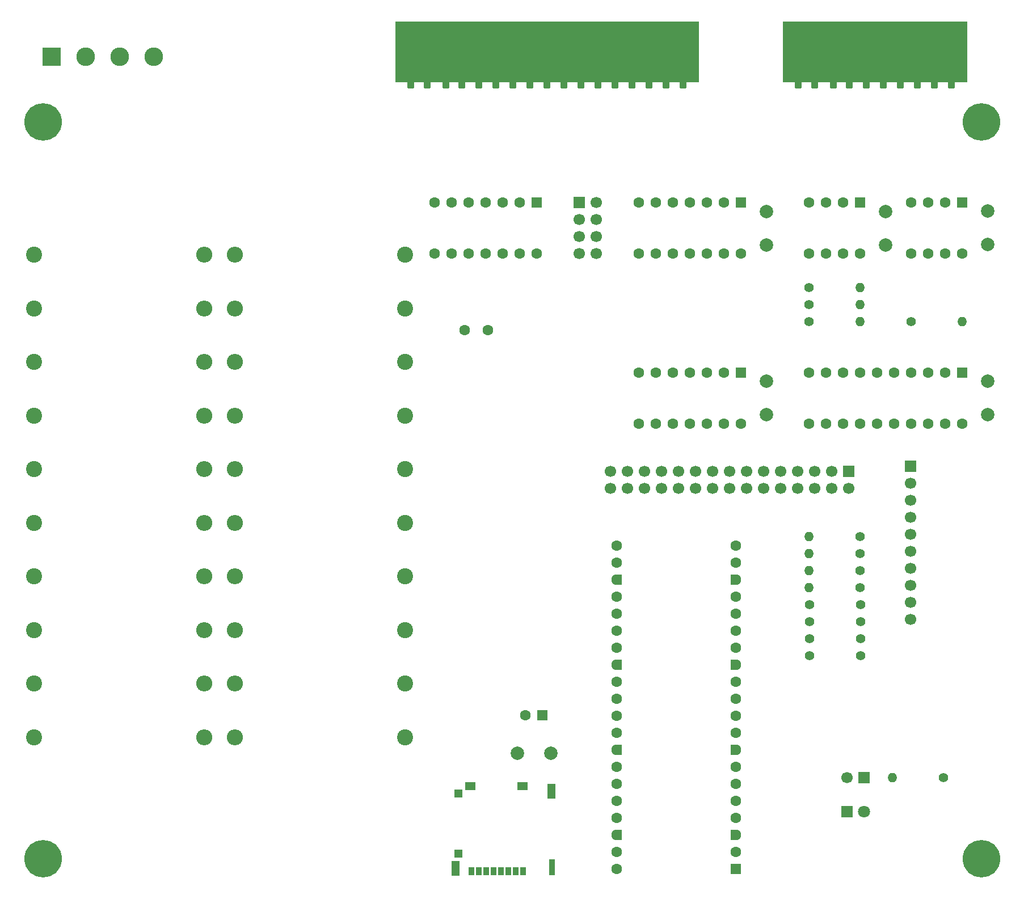
<source format=gts>
%TF.GenerationSoftware,KiCad,Pcbnew,9.0.4*%
%TF.CreationDate,2025-09-30T12:57:06+01:00*%
%TF.ProjectId,RTmFM,52546d46-4d2e-46b6-9963-61645f706362,rev?*%
%TF.SameCoordinates,Original*%
%TF.FileFunction,Soldermask,Top*%
%TF.FilePolarity,Negative*%
%FSLAX46Y46*%
G04 Gerber Fmt 4.6, Leading zero omitted, Abs format (unit mm)*
G04 Created by KiCad (PCBNEW 9.0.4) date 2025-09-30 12:57:06*
%MOMM*%
%LPD*%
G01*
G04 APERTURE LIST*
G04 Aperture macros list*
%AMRoundRect*
0 Rectangle with rounded corners*
0 $1 Rounding radius*
0 $2 $3 $4 $5 $6 $7 $8 $9 X,Y pos of 4 corners*
0 Add a 4 corners polygon primitive as box body*
4,1,4,$2,$3,$4,$5,$6,$7,$8,$9,$2,$3,0*
0 Add four circle primitives for the rounded corners*
1,1,$1+$1,$2,$3*
1,1,$1+$1,$4,$5*
1,1,$1+$1,$6,$7*
1,1,$1+$1,$8,$9*
0 Add four rect primitives between the rounded corners*
20,1,$1+$1,$2,$3,$4,$5,0*
20,1,$1+$1,$4,$5,$6,$7,0*
20,1,$1+$1,$6,$7,$8,$9,0*
20,1,$1+$1,$8,$9,$2,$3,0*%
%AMFreePoly0*
4,1,37,0.603843,0.796157,0.639018,0.796157,0.711114,0.766294,0.766294,0.711114,0.796157,0.639018,0.796157,0.603843,0.800000,0.600000,0.800000,-0.600000,0.796157,-0.603843,0.796157,-0.639018,0.766294,-0.711114,0.711114,-0.766294,0.639018,-0.796157,0.603843,-0.796157,0.600000,-0.800000,0.000000,-0.800000,0.000000,-0.796148,-0.078414,-0.796148,-0.232228,-0.765552,-0.377117,-0.705537,
-0.507515,-0.618408,-0.618408,-0.507515,-0.705537,-0.377117,-0.765552,-0.232228,-0.796148,-0.078414,-0.796148,0.078414,-0.765552,0.232228,-0.705537,0.377117,-0.618408,0.507515,-0.507515,0.618408,-0.377117,0.705537,-0.232228,0.765552,-0.078414,0.796148,0.000000,0.796148,0.000000,0.800000,0.600000,0.800000,0.603843,0.796157,0.603843,0.796157,$1*%
%AMFreePoly1*
4,1,37,0.000000,0.796148,0.078414,0.796148,0.232228,0.765552,0.377117,0.705537,0.507515,0.618408,0.618408,0.507515,0.705537,0.377117,0.765552,0.232228,0.796148,0.078414,0.796148,-0.078414,0.765552,-0.232228,0.705537,-0.377117,0.618408,-0.507515,0.507515,-0.618408,0.377117,-0.705537,0.232228,-0.765552,0.078414,-0.796148,0.000000,-0.796148,0.000000,-0.800000,-0.600000,-0.800000,
-0.603843,-0.796157,-0.639018,-0.796157,-0.711114,-0.766294,-0.766294,-0.711114,-0.796157,-0.639018,-0.796157,-0.603843,-0.800000,-0.600000,-0.800000,0.600000,-0.796157,0.603843,-0.796157,0.639018,-0.766294,0.711114,-0.711114,0.766294,-0.639018,0.796157,-0.603843,0.796157,-0.600000,0.800000,0.000000,0.800000,0.000000,0.796148,0.000000,0.796148,$1*%
G04 Aperture macros list end*
%ADD10C,0.100000*%
%ADD11C,2.000000*%
%ADD12C,1.400000*%
%ADD13O,1.400000X1.400000*%
%ADD14R,1.800000X1.800000*%
%ADD15C,1.800000*%
%ADD16C,2.400000*%
%ADD17O,2.400000X2.400000*%
%ADD18RoundRect,0.250000X-0.550000X0.550000X-0.550000X-0.550000X0.550000X-0.550000X0.550000X0.550000X0*%
%ADD19C,1.600000*%
%ADD20R,0.812800X1.244600*%
%ADD21R,1.498600X1.143000*%
%ADD22R,0.939800X2.489200*%
%ADD23R,1.143000X2.209800*%
%ADD24R,1.168400X1.244600*%
%ADD25C,3.600000*%
%ADD26C,5.600000*%
%ADD27R,1.700000X1.700000*%
%ADD28C,1.700000*%
%ADD29R,2.780000X2.780000*%
%ADD30C,2.780000*%
%ADD31RoundRect,0.200000X0.600000X0.600000X-0.600000X0.600000X-0.600000X-0.600000X0.600000X-0.600000X0*%
%ADD32FreePoly0,180.000000*%
%ADD33FreePoly1,180.000000*%
%ADD34R,1.600000X1.600000*%
%ADD35RoundRect,0.150000X-0.350000X4.350000X-0.350000X-4.350000X0.350000X-4.350000X0.350000X4.350000X0*%
G04 APERTURE END LIST*
%TO.C,J3*%
D10*
X87584000Y-30000000D02*
X132784000Y-30000000D01*
X132784000Y-39000000D01*
X87584000Y-39000000D01*
X87584000Y-30000000D01*
G36*
X87584000Y-30000000D02*
G01*
X132784000Y-30000000D01*
X132784000Y-39000000D01*
X87584000Y-39000000D01*
X87584000Y-30000000D01*
G37*
%TO.C,J4*%
X145423999Y-30000000D02*
X172824001Y-30000000D01*
X172824001Y-39000000D01*
X145423999Y-39000000D01*
X145423999Y-30000000D01*
G36*
X145423999Y-30000000D02*
G01*
X172824001Y-30000000D01*
X172824001Y-39000000D01*
X145423999Y-39000000D01*
X145423999Y-30000000D01*
G37*
%TD*%
D11*
%TO.C,C1*%
X142934000Y-83660000D03*
X142934000Y-88660000D03*
%TD*%
D12*
%TO.C,R12*%
X149284000Y-72230000D03*
D13*
X156904000Y-72230000D03*
%TD*%
D14*
%TO.C,D8*%
X155000000Y-148000000D03*
D15*
X157540000Y-148000000D03*
%TD*%
D16*
%TO.C,R5*%
X33612000Y-88852000D03*
D17*
X59012000Y-88852000D03*
%TD*%
D18*
%TO.C,U2*%
X172144000Y-56995000D03*
D19*
X169604000Y-56995000D03*
X167064000Y-56995000D03*
X164524000Y-56995000D03*
X164524000Y-64615000D03*
X167064000Y-64615000D03*
X169604000Y-64615000D03*
X172144000Y-64615000D03*
%TD*%
D12*
%TO.C,R9*%
X156904000Y-106880000D03*
D13*
X149284000Y-106880000D03*
%TD*%
D18*
%TO.C,R34*%
X108620000Y-57000000D03*
D19*
X106080000Y-57000000D03*
X103540000Y-57000000D03*
X101000000Y-57000000D03*
X98460000Y-57000000D03*
X95920000Y-57000000D03*
X93380000Y-57000000D03*
X93380000Y-64620000D03*
X95920000Y-64620000D03*
X98460000Y-64620000D03*
X101000000Y-64620000D03*
X103540000Y-64620000D03*
X106080000Y-64620000D03*
X108620000Y-64620000D03*
%TD*%
D20*
%TO.C,J5*%
X106585999Y-156885500D03*
X105486001Y-156885500D03*
X104386001Y-156885500D03*
X103286001Y-156885500D03*
X102186000Y-156885500D03*
X101086000Y-156885500D03*
X99986000Y-156885500D03*
X98885999Y-156885500D03*
D21*
X106526000Y-144130501D03*
X98746000Y-144130501D03*
D22*
X110931000Y-156255500D03*
D23*
X96541000Y-156405500D03*
X110831001Y-144925500D03*
D24*
X96946000Y-154255500D03*
X96946000Y-145255500D03*
%TD*%
D25*
%TO.C,H3*%
X35000000Y-155000000D03*
D26*
X35000000Y-155000000D03*
%TD*%
D11*
%TO.C,C3*%
X142934000Y-63340000D03*
X142934000Y-58340000D03*
%TD*%
D27*
%TO.C,J1*%
X114994000Y-56990000D03*
D28*
X117534000Y-56990000D03*
X114994000Y-59530000D03*
X117534000Y-59530000D03*
X114994000Y-62070000D03*
X117534000Y-62070000D03*
X114994000Y-64610000D03*
X117534000Y-64610000D03*
%TD*%
D16*
%TO.C,R26*%
X88984000Y-88829600D03*
D17*
X63584000Y-88829600D03*
%TD*%
D29*
%TO.C,J2*%
X36279000Y-35305000D03*
D30*
X41359000Y-35305000D03*
X46439000Y-35305000D03*
X51519000Y-35305000D03*
%TD*%
D11*
%TO.C,C5*%
X110761000Y-139273000D03*
X105761000Y-139273000D03*
%TD*%
D12*
%TO.C,R6*%
X156904000Y-114500000D03*
D13*
X149284000Y-114500000D03*
%TD*%
D16*
%TO.C,R22*%
X88984000Y-120829600D03*
D17*
X63584000Y-120829600D03*
%TD*%
D27*
%TO.C,J8*%
X164484000Y-96360000D03*
D28*
X164484000Y-98900000D03*
X164484000Y-101440000D03*
X164484000Y-103980000D03*
X164484000Y-106520000D03*
X164484000Y-109060000D03*
X164484000Y-111600000D03*
X164484000Y-114140000D03*
X164484000Y-116680000D03*
X164484000Y-119220000D03*
%TD*%
D16*
%TO.C,R24*%
X88984000Y-104829600D03*
D17*
X63584000Y-104829600D03*
%TD*%
D12*
%TO.C,R33*%
X149371000Y-124660000D03*
X156991000Y-124660000D03*
%TD*%
D25*
%TO.C,H2*%
X175000000Y-45000000D03*
D26*
X175000000Y-45000000D03*
%TD*%
D16*
%TO.C,R25*%
X88984000Y-96829600D03*
D17*
X63584000Y-96829600D03*
%TD*%
D12*
%TO.C,R31*%
X149371000Y-119580000D03*
X156991000Y-119580000D03*
%TD*%
D18*
%TO.C,U1*%
X156904000Y-56995000D03*
D19*
X154364000Y-56995000D03*
X151824000Y-56995000D03*
X149284000Y-56995000D03*
X149284000Y-64615000D03*
X151824000Y-64615000D03*
X154364000Y-64615000D03*
X156904000Y-64615000D03*
%TD*%
D12*
%TO.C,R13*%
X149284000Y-74770000D03*
D13*
X156904000Y-74770000D03*
%TD*%
D16*
%TO.C,R18*%
X33612000Y-128852000D03*
D17*
X59012000Y-128852000D03*
%TD*%
D16*
%TO.C,R21*%
X88984000Y-128829600D03*
D17*
X63584000Y-128829600D03*
%TD*%
D19*
%TO.C,C8*%
X101384000Y-76040000D03*
X97884000Y-76040000D03*
%TD*%
D16*
%TO.C,R4*%
X33612000Y-80852000D03*
D17*
X59012000Y-80852000D03*
%TD*%
D12*
%TO.C,R32*%
X149371000Y-122120000D03*
X156991000Y-122120000D03*
%TD*%
D27*
%TO.C,J6*%
X157525000Y-142850000D03*
D28*
X154985000Y-142850000D03*
%TD*%
D12*
%TO.C,R30*%
X149371000Y-117040000D03*
X156991000Y-117040000D03*
%TD*%
D18*
%TO.C,U9*%
X139124000Y-82395000D03*
D19*
X136584000Y-82395000D03*
X134044000Y-82395000D03*
X131504000Y-82395000D03*
X128964000Y-82395000D03*
X126424000Y-82395000D03*
X123884000Y-82395000D03*
X123884000Y-90015000D03*
X126424000Y-90015000D03*
X128964000Y-90015000D03*
X131504000Y-90015000D03*
X134044000Y-90015000D03*
X136584000Y-90015000D03*
X139124000Y-90015000D03*
%TD*%
D25*
%TO.C,H4*%
X175000000Y-155000000D03*
D26*
X175000000Y-155000000D03*
%TD*%
D16*
%TO.C,R16*%
X33612000Y-112852000D03*
D17*
X59012000Y-112852000D03*
%TD*%
D16*
%TO.C,R17*%
X33612000Y-120852000D03*
D17*
X59012000Y-120852000D03*
%TD*%
D11*
%TO.C,C2*%
X175954000Y-88660000D03*
X175954000Y-83660000D03*
%TD*%
D16*
%TO.C,R2*%
X33612000Y-64852000D03*
D17*
X59012000Y-64852000D03*
%TD*%
D18*
%TO.C,U7*%
X172144000Y-82390000D03*
D19*
X169604000Y-82390000D03*
X167064000Y-82390000D03*
X164524000Y-82390000D03*
X161984000Y-82390000D03*
X159444000Y-82390000D03*
X156904000Y-82390000D03*
X154364000Y-82390000D03*
X151824000Y-82390000D03*
X149284000Y-82390000D03*
X149284000Y-90010000D03*
X151824000Y-90010000D03*
X154364000Y-90010000D03*
X156904000Y-90010000D03*
X159444000Y-90010000D03*
X161984000Y-90010000D03*
X164524000Y-90010000D03*
X167064000Y-90010000D03*
X169604000Y-90010000D03*
X172144000Y-90010000D03*
%TD*%
D11*
%TO.C,C6*%
X160714000Y-63340000D03*
X160714000Y-58340000D03*
%TD*%
D12*
%TO.C,R1*%
X169360000Y-142850000D03*
D13*
X161740000Y-142850000D03*
%TD*%
D16*
%TO.C,R20*%
X88984000Y-136829600D03*
D17*
X63584000Y-136829600D03*
%TD*%
D31*
%TO.C,U8*%
X138361000Y-156483000D03*
D19*
X138361000Y-153943000D03*
D32*
X138361000Y-151403000D03*
D19*
X138361000Y-148863000D03*
X138361000Y-146323000D03*
X138361000Y-143783000D03*
X138361000Y-141243000D03*
D32*
X138361000Y-138703000D03*
D19*
X138361000Y-136163000D03*
X138361000Y-133623000D03*
X138361000Y-131083000D03*
X138361000Y-128543000D03*
D32*
X138361000Y-126003000D03*
D19*
X138361000Y-123463000D03*
X138361000Y-120923000D03*
X138361000Y-118383000D03*
X138361000Y-115843000D03*
D32*
X138361000Y-113303000D03*
D19*
X138361000Y-110763000D03*
X138361000Y-108223000D03*
X120581000Y-108223000D03*
X120581000Y-110763000D03*
D33*
X120581000Y-113303000D03*
D19*
X120581000Y-115843000D03*
X120581000Y-118383000D03*
X120581000Y-120923000D03*
X120581000Y-123463000D03*
D33*
X120581000Y-126003000D03*
D19*
X120581000Y-128543000D03*
X120581000Y-131083000D03*
X120581000Y-133623000D03*
X120581000Y-136163000D03*
D33*
X120581000Y-138703000D03*
D19*
X120581000Y-141243000D03*
X120581000Y-143783000D03*
X120581000Y-146323000D03*
X120581000Y-148863000D03*
D33*
X120581000Y-151403000D03*
D19*
X120581000Y-153943000D03*
X120581000Y-156483000D03*
%TD*%
D12*
%TO.C,R8*%
X156904000Y-109420000D03*
D13*
X149284000Y-109420000D03*
%TD*%
D12*
%TO.C,R11*%
X149284000Y-69690000D03*
D13*
X156904000Y-69690000D03*
%TD*%
D12*
%TO.C,R10*%
X164524000Y-74770000D03*
D13*
X172144000Y-74770000D03*
%TD*%
D16*
%TO.C,R27*%
X88984000Y-80829600D03*
D17*
X63584000Y-80829600D03*
%TD*%
D16*
%TO.C,R29*%
X88984000Y-64829600D03*
D17*
X63584000Y-64829600D03*
%TD*%
D25*
%TO.C,H1*%
X35000000Y-45000000D03*
D26*
X35000000Y-45000000D03*
%TD*%
D18*
%TO.C,U10*%
X139124000Y-56990000D03*
D19*
X136584000Y-56990000D03*
X134044000Y-56990000D03*
X131504000Y-56990000D03*
X128964000Y-56990000D03*
X126424000Y-56990000D03*
X123884000Y-56990000D03*
X123884000Y-64610000D03*
X126424000Y-64610000D03*
X128964000Y-64610000D03*
X131504000Y-64610000D03*
X134044000Y-64610000D03*
X136584000Y-64610000D03*
X139124000Y-64610000D03*
%TD*%
D11*
%TO.C,C7*%
X175954000Y-63260000D03*
X175954000Y-58260000D03*
%TD*%
D16*
%TO.C,R14*%
X33612000Y-96852000D03*
D17*
X59012000Y-96852000D03*
%TD*%
D16*
%TO.C,R3*%
X33612000Y-72852000D03*
D17*
X59012000Y-72852000D03*
%TD*%
D16*
%TO.C,R19*%
X33612000Y-136852000D03*
D17*
X59012000Y-136852000D03*
%TD*%
D16*
%TO.C,R23*%
X88984000Y-112829600D03*
D17*
X63584000Y-112829600D03*
%TD*%
D16*
%TO.C,R15*%
X33612000Y-104852000D03*
D17*
X59012000Y-104852000D03*
%TD*%
D16*
%TO.C,R28*%
X88984000Y-72829600D03*
D17*
X63584000Y-72829600D03*
%TD*%
D34*
%TO.C,C4*%
X109466112Y-133558000D03*
D19*
X106966112Y-133558000D03*
%TD*%
D12*
%TO.C,R7*%
X156904000Y-111960000D03*
D13*
X149284000Y-111960000D03*
%TD*%
D27*
%TO.C,J9*%
X155210000Y-97200000D03*
D28*
X155210000Y-99740000D03*
X152670000Y-97200000D03*
X152670000Y-99740000D03*
X150130000Y-97200000D03*
X150130000Y-99740000D03*
X147590000Y-97200000D03*
X147590000Y-99740000D03*
X145050000Y-97200000D03*
X145050000Y-99740000D03*
X142510000Y-97200000D03*
X142510000Y-99740000D03*
X139970000Y-97200000D03*
X139970000Y-99740000D03*
X137430000Y-97200000D03*
X137430000Y-99740000D03*
X134890000Y-97200000D03*
X134890000Y-99740000D03*
X132350000Y-97200000D03*
X132350000Y-99740000D03*
X129810000Y-97200000D03*
X129810000Y-99740000D03*
X127270000Y-97200000D03*
X127270000Y-99740000D03*
X124730000Y-97200000D03*
X124730000Y-99740000D03*
X122190000Y-97200000D03*
X122190000Y-99740000D03*
X119650000Y-97200000D03*
X119650000Y-99740000D03*
%TD*%
D35*
%TO.C,J3*%
X89880000Y-35500000D03*
X92301000Y-35500000D03*
X95084000Y-35500000D03*
X97500000Y-35500000D03*
X100040000Y-35500000D03*
X102580000Y-35500000D03*
X105120000Y-35500000D03*
X107660000Y-35500000D03*
X110200000Y-35500000D03*
X112740000Y-35500000D03*
X115280000Y-35500000D03*
X117820000Y-35500000D03*
X120360000Y-35500000D03*
X122900000Y-35500000D03*
X125440000Y-35500000D03*
X127982000Y-35500000D03*
X130520000Y-35500000D03*
%TD*%
%TO.C,J4*%
X147720000Y-35500000D03*
X150141000Y-35500000D03*
X152924000Y-35500000D03*
X155340000Y-35500000D03*
X157880000Y-35500000D03*
X160420000Y-35500000D03*
X162960000Y-35500000D03*
X165500000Y-35500000D03*
X168040000Y-35500000D03*
X170580000Y-35500000D03*
%TD*%
M02*

</source>
